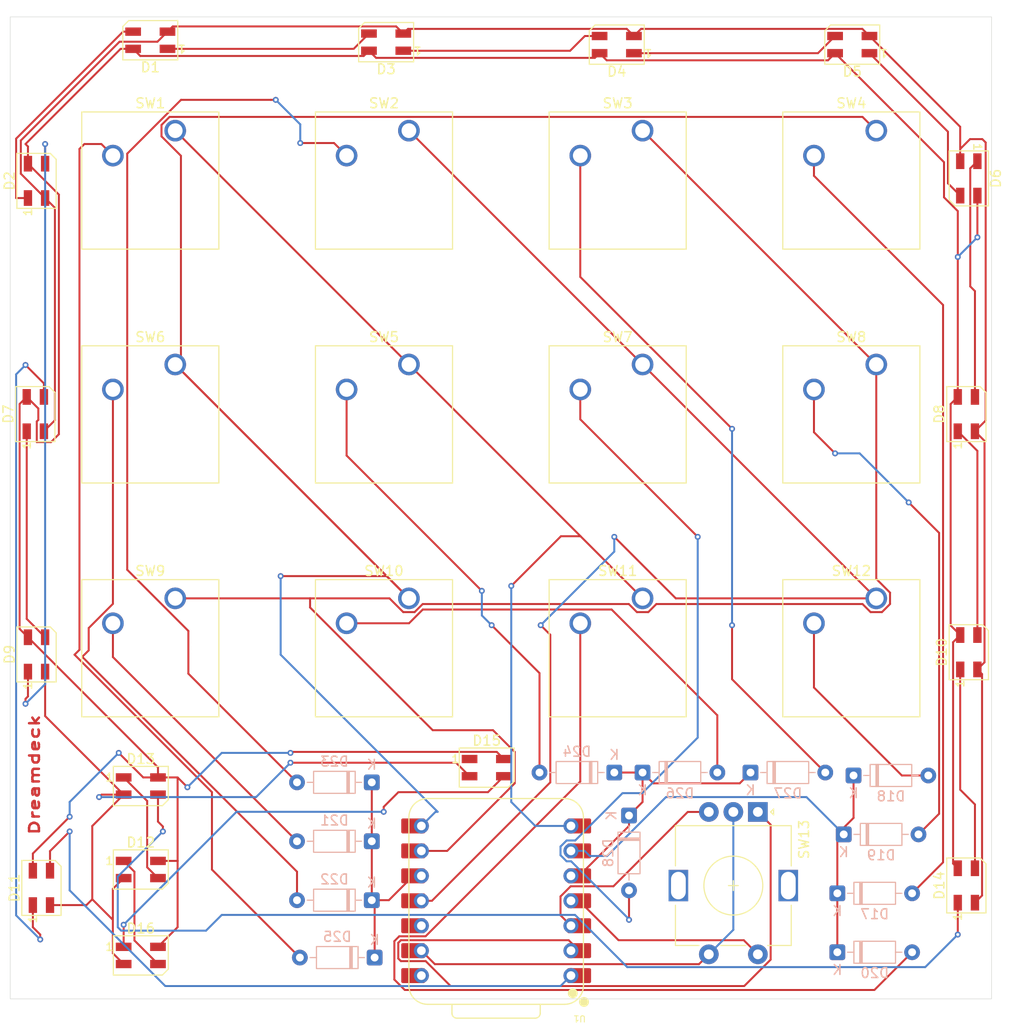
<source format=kicad_pcb>
(kicad_pcb (version 20241229) (generator "pcbnew") (generator_version "9.0")
  (layers (0 "F.Cu" signal) (2 "B.Cu" signal) (13 "F.Paste" user) (15 "B.Paste" user) (5 "F.SilkS" user "F.Silkscreen") (7 "B.SilkS" user "B.Silkscreen") (1 "F.Mask" user) (3 "B.Mask" user) (25 "Edge.Cuts" user))
  (net 0 "")
  (net 1 "Net-(D1-A)")
  (net 2 "/Row1")
  (net 3 "Net-(D2-A)")
  (net 4 "Net-(D3-A)")
  (net 5 "Net-(D4-A)")
  (net 6 "Net-(D5-A)")
  (net 7 "/Row 2")
  (net 8 "Net-(D6-A)")
  (net 9 "Net-(D7-A)")
  (net 10 "Net-(D8-A)")
  (net 11 "/Row 3")
  (net 12 "Net-(D9-A)")
  (net 13 "Net-(D10-A)")
  (net 14 "Net-(D11-A)")
  (net 15 "Net-(D12-A)")
  (net 16 "/Col 1")
  (net 17 "/Col 2")
  (net 18 "/Col 3")
  (net 19 "/Col 4")
  (net 20 "Net-(U1-GPIO28{slash}ADC2{slash}A2)")
  (net 21 "Net-(U1-GPIO29{slash}ADC3{slash}A3)")
  (net 22 "Net-(U1-GPIO27{slash}ADC1{slash}A1)")
  (net 24 "+5V")
  (net 25 "GND")
  (net 26 "Net-(D13-DIN)")
  (net 27 "Net-(D13-VDD)")
  (net 28 "Net-(D13-DOUT)")
  (net 29 "Net-(D13-VSS)")
  (net 30 "Net-(D14-DOUT)")
  (net 31 "Net-(D14-DIN)")
  (net 32 "Net-(D16-DOUT)")
  (net 33 "Net-(D17-DOUT)")
  (net 34 "Net-(D18-DOUT)")
  (net 35 "Net-(D19-DOUT)")
  (net 36 "Net-(D20-DOUT)")
  (net 37 "Net-(D21-DOUT)")
  (net 38 "Net-(D22-DOUT)")
  (net 39 "Net-(D23-DOUT)")
  (net 40 "Net-(D24-DOUT)")
  (net 41 "Net-(D25-DOUT)")
  (net 42 "Net-(D26-DOUT)")
  (net 43 "Net-(D27-DOUT)")
  (footprint "LED_SMD:LED_SK6812MINI_PLCC4_3.5x3.5mm_P1.75mm" (layer "F.Cu") (at 118.875 107.5 90)
    (property "Reference" "D14")
    (property "Value" "SK6812MINI")
  )
  (footprint "LED_SMD:LED_SK6812MINI_PLCC4_3.5x3.5mm_P1.75mm" (layer "F.Cu") (at 24.625 107.75 90)
    (property "Reference" "D11")
    (property "Value" "SK6812MINI")
  )
  (footprint "Button_Switch_Keyboard:SW_Cherry_MX_1.00u_PCB" (layer "F.Cu") (at 38.25875 30.63875)
    (property "Reference" "SW1")
    (property "Value" "SW_Push")
  )
  (footprint "LED_SMD:LED_SK6812MINI_PLCC4_3.5x3.5mm_P1.75mm" (layer "F.Cu") (at 35.71875 21.43125 180)
    (property "Reference" "D1")
    (property "Value" "SK6812MINI")
  )
  (footprint "LED_SMD:LED_SK6812MINI_PLCC4_3.5x3.5mm_P1.75mm" (layer "F.Cu") (at 59.75 21.625 180)
    (property "Reference" "D3")
    (property "Value" "SK6812MINI")
  )
  (footprint "Button_Switch_Keyboard:SW_Cherry_MX_1.00u_PCB" (layer "F.Cu") (at 109.69625 30.63875)
    (property "Reference" "SW4")
    (property "Value" "SW_Push")
  )
  (footprint "LED_SMD:LED_SK6812MINI_PLCC4_3.5x3.5mm_P1.75mm" (layer "F.Cu") (at 107.25 21.875 180)
    (property "Reference" "D5")
    (property "Value" "SK6812MINI")
  )
  (footprint "LED_SMD:LED_SK6812MINI_PLCC4_3.5x3.5mm_P1.75mm" (layer "F.Cu") (at 119.125 35.5 -90)
    (property "Reference" "D6")
    (property "Value" "SK6812MINI")
  )
  (footprint "Button_Switch_Keyboard:SW_Cherry_MX_1.00u_PCB" (layer "F.Cu") (at 62.07125 54.45125)
    (property "Reference" "SW5")
    (property "Value" "SW_Push")
  )
  (footprint "LED_SMD:LED_SK6812MINI_PLCC4_3.5x3.5mm_P1.75mm" (layer "F.Cu") (at 24.125 35.75 90)
    (property "Reference" "D2")
    (property "Value" "SK6812MINI")
  )
  (footprint "Button_Switch_Keyboard:SW_Cherry_MX_1.00u_PCB" (layer "F.Cu") (at 85.88375 54.45125)
    (property "Reference" "SW7")
    (property "Value" "SW_Push")
  )
  (footprint "LED_SMD:LED_SK6812MINI_PLCC4_3.5x3.5mm_P1.75mm" (layer "F.Cu") (at 34.75 105.875)
    (property "Reference" "D12")
    (property "Value" "SK6812MINI")
  )
  (footprint "Button_Switch_Keyboard:SW_Cherry_MX_1.00u_PCB" (layer "F.Cu") (at 38.25875 78.26375)
    (property "Reference" "SW9")
    (property "Value" "SW_Push")
  )
  (footprint "LED_SMD:LED_SK6812MINI_PLCC4_3.5x3.5mm_P1.75mm" (layer "F.Cu") (at 119.125 83.75 90)
    (property "Reference" "D10")
    (property "Value" "SK6812MINI")
  )
  (footprint "LED_SMD:LED_SK6812MINI_PLCC4_3.5x3.5mm_P1.75mm" (layer "F.Cu") (at 24 59.5 90)
    (property "Reference" "D7")
    (property "Value" "SK6812MINI")
  )
  (footprint "LED_SMD:LED_SK6812MINI_PLCC4_3.5x3.5mm_P1.75mm" (layer "F.Cu") (at 83.25 21.875 180)
    (property "Reference" "D4")
    (property "Value" "SK6812MINI")
  )
  (footprint "Rotary_Encoder:RotaryEncoder_Alps_EC11E-Switch_Vertical_H20mm" (layer "F.Cu") (at 97.63125 100.0125 -90)
    (property "Reference" "SW13")
    (property "Value" "RotaryEncoder_Switch")
  )
  (footprint "LED_SMD:LED_SK6812MINI_PLCC4_3.5x3.5mm_P1.75mm" (layer "F.Cu") (at 70 95.5)
    (property "Reference" "D15")
    (property "Value" "SK6812MINI")
  )
  (footprint "OPL Lib:XIAO-RP2040-DIP" (layer "F.Cu") (at 70.96125 109.06125 180)
    (property "Reference" "U1")
    (property "Value" "XIAO-RP2040-DIP")
  )
  (footprint "LED_SMD:LED_SK6812MINI_PLCC4_3.5x3.5mm_P1.75mm" (layer "F.Cu") (at 24.125 83.975 90)
    (property "Reference" "D9")
    (property "Value" "SK6812MINI")
  )
  (footprint "Button_Switch_Keyboard:SW_Cherry_MX_1.00u_PCB" (layer "F.Cu") (at 109.69625 78.26375)
    (property "Reference" "SW12")
    (property "Value" "SW_Push")
  )
  (footprint "LED_SMD:LED_SK6812MINI_PLCC4_3.5x3.5mm_P1.75mm" (layer "F.Cu") (at 118.875 59.5 90)
    (property "Reference" "D8")
    (property "Value" "SK6812MINI")
  )
  (footprint "LED_SMD:LED_SK6812MINI_PLCC4_3.5x3.5mm_P1.75mm" (layer "F.Cu") (at 34.75 114.625)
    (property "Reference" "D16")
    (property "Value" "SK6812MINI")
  )
  (footprint "LED_SMD:LED_SK6812MINI_PLCC4_3.5x3.5mm_P1.75mm" (layer "F.Cu") (at 34.75 97.375)
    (property "Reference" "D13")
    (property "Value" "SK6812MINI")
  )
  (footprint "Button_Switch_Keyboard:SW_Cherry_MX_1.00u_PCB" (layer "F.Cu") (at 62.07125 78.26375)
    (property "Reference" "SW10")
    (property "Value" "SW_Push")
  )
  (footprint "Button_Switch_Keyboard:SW_Cherry_MX_1.00u_PCB" (layer "F.Cu") (at 38.25875 54.45125)
    (property "Reference" "SW6")
    (property "Value" "SW_Push")
  )
  (footprint "Button_Switch_Keyboard:SW_Cherry_MX_1.00u_PCB" (layer "F.Cu") (at 85.88375 78.26375)
    (property "Reference" "SW11")
    (property "Value" "SW_Push")
  )
  (footprint "Button_Switch_Keyboard:SW_Cherry_MX_1.00u_PCB" (layer "F.Cu") (at 109.69625 54.45125)
    (property "Reference" "SW8")
    (property "Value" "SW_Push")
  )
  (footprint "Button_Switch_Keyboard:SW_Cherry_MX_1.00u_PCB" (layer "F.Cu") (at 62.07125 30.63875)
    (property "Reference" "SW2")
    (property "Value" "SW_Push")
  )
  (footprint "Button_Switch_Keyboard:SW_Cherry_MX_1.00u_PCB" (layer "F.Cu") (at 85.88375 30.63875)
    (property "Reference" "SW3")
    (property "Value" "SW_Push")
  )
  (footprint "Diode_THT:D_DO-35_SOD27_P7.62mm_Horizontal" (layer "B.Cu") (at 85.88 96)
    (property "Reference" "D26")
    (property "Value" "1N4148")
  )
  (footprint "Diode_THT:D_DO-35_SOD27_P7.62mm_Horizontal" (layer "B.Cu") (at 105.7275 108.3)
    (property "Reference" "D17")
    (property "Value" "1N4148")
  )
  (footprint "Diode_THT:D_DO-35_SOD27_P7.62mm_Horizontal" (layer "B.Cu") (at 96.88 96)
    (property "Reference" "D27")
    (property "Value" "1N4148")
  )
  (footprint "Diode_THT:D_DO-35_SOD27_P7.62mm_Horizontal" (layer "B.Cu") (at 58.2875 103 180)
    (property "Reference" "D21")
    (property "Value" "1N4148")
  )
  (footprint "Diode_THT:D_DO-35_SOD27_P7.62mm_Horizontal" (layer "B.Cu") (at 58.2875 109 180)
    (property "Reference" "D22")
    (property "Value" "1N4148")
  )
  (footprint "Diode_THT:D_DO-35_SOD27_P7.62mm_Horizontal" (layer "B.Cu") (at 58.57875 114.84375 180)
    (property "Reference" "D25")
    (property "Value" "1N4148")
  )
  (footprint "Diode_THT:D_DO-35_SOD27_P7.62mm_Horizontal" (layer "B.Cu") (at 107.38 96.3)
    (property "Reference" "D18")
    (property "Value" "1N4148")
  )
  (footprint "Diode_THT:D_DO-35_SOD27_P7.62mm_Horizontal" (layer "B.Cu") (at 106.38 102.3)
    (property "Reference" "D19")
    (property "Value" "1N4148")
  )
  (footprint "Diode_THT:D_DO-35_SOD27_P7.62mm_Horizontal" (layer "B.Cu") (at 58.2875 97 180)
    (property "Reference" "D23")
    (property "Value" "1N4148")
  )
  (footprint "Diode_THT:D_DO-35_SOD27_P7.62mm_Horizontal" (layer "B.Cu") (at 84.5 100.38 -90)
    (property "Reference" "D28")
    (property "Value" "1N4148")
  )
  (footprint "Diode_THT:D_DO-35_SOD27_P7.62mm_Horizontal" (layer "B.Cu") (at 83 96 180)
    (property "Reference" "D24")
    (property "Value" "1N4148")
  )
  (footprint "Diode_THT:D_DO-35_SOD27_P7.62mm_Horizontal" (layer "B.Cu") (at 105.7275 114.3)
    (property "Reference" "D20")
    (property "Value" "1N4148")
  )
  (gr_rect (start 21.44375 19.05) (end 121.44375 119.05) (stroke (width 0.05)) (fill no) (layer "Edge.Cuts"))
  (gr_text "Dreamdeck" (at 24.5 102.5 90) (layer "F.Cu") (effects (font (size 1 1.5) (thickness 0.25) (bold yes)) (justify left bottom)))
  (segment (start 41.99975 97.99975) (end 28 84) (width 0.2) (layer "F.Cu") (net 1))
  (segment (start 28.5 32.5) (end 29 32) (width 0.2) (layer "F.Cu") (net 1))
  (segment (start 29 32) (end 30.73 32) (width 0.2) (layer "F.Cu") (net 1))
  (segment (start 28 84) (end 28.5 83.5) (width 0.2) (layer "F.Cu") (net 1))
  (segment (start 30.73 32) (end 31.90875 33.17875) (width 0.2) (layer "F.Cu") (net 1))
  (segment (start 28.5 83.5) (end 28.5 32.5) (width 0.2) (layer "F.Cu") (net 1))
  (segment (start 50.95875 114.84375) (end 41.99975 105.88475) (width 0.2) (layer "F.Cu") (net 1))
  (segment (start 41.99975 105.88475) (end 41.99975 97.99975) (width 0.2) (layer "F.Cu") (net 1))
  (segment (start 60.0275 109) (end 62.50625 106.52125) (width 0.2) (layer "F.Cu") (net 2))
  (segment (start 58.2875 109) (end 58.2875 103) (width 0.2) (layer "F.Cu") (net 2))
  (segment (start 58.57875 109.29125) (end 58.2875 109) (width 0.2) (layer "F.Cu") (net 2))
  (segment (start 58.57875 114.84375) (end 58.57875 109.29125) (width 0.2) (layer "F.Cu") (net 2))
  (segment (start 58.2875 109) (end 60.0275 109) (width 0.2) (layer "F.Cu") (net 2))
  (segment (start 58.2875 103) (end 58.2875 97) (width 0.2) (layer "F.Cu") (net 2))
  (segment (start 29.43775 81.293436) (end 29.43775 83.56225) (width 0.2) (layer "F.Cu") (net 3))
  (segment (start 31.90875 56.99125) (end 31.90875 78.822436) (width 0.2) (layer "F.Cu") (net 3))
  (segment (start 50.6675 106.1004) (end 50.6675 109) (width 0.2) (layer "F.Cu") (net 3))
  (segment (start 28.78355 84.21645) (end 50.6675 106.1004) (width 0.2) (layer "F.Cu") (net 3))
  (segment (start 29.43775 83.56225) (end 28.78355 84.21645) (width 0.2) (layer "F.Cu") (net 3))
  (segment (start 31.90875 78.822436) (end 29.43775 81.293436) (width 0.2) (layer "F.Cu") (net 3))
  (segment (start 50.6675 103) (end 31.90875 84.24125) (width 0.2) (layer "F.Cu") (net 4))
  (segment (start 31.90875 84.24125) (end 31.90875 80.80375) (width 0.2) (layer "F.Cu") (net 4))
  (segment (start 38.849086 27.5) (end 48 27.5) (width 0.2) (layer "F.Cu") (net 5))
  (segment (start 33.36775 32.981336) (end 38.849086 27.5) (width 0.2) (layer "F.Cu") (net 5))
  (segment (start 50.6675 97) (end 39.59775 85.93025) (width 0.2) (layer "F.Cu") (net 5))
  (segment (start 54.4415 31.899) (end 55.72125 33.17875) (width 0.2) (layer "F.Cu") (net 5))
  (segment (start 39.59775 85.93025) (end 39.59775 81.584064) (width 0.2) (layer "F.Cu") (net 5))
  (segment (start 39.59775 81.584064) (end 33.36775 75.354064) (width 0.2) (layer "F.Cu") (net 5))
  (segment (start 48 27.5) (end 48.5 27.5) (width 0.2) (layer "F.Cu") (net 5))
  (segment (start 33.36775 75.354064) (end 33.36775 32.981336) (width 0.2) (layer "F.Cu") (net 5))
  (segment (start 51 31.899) (end 54.4415 31.899) (width 0.2) (layer "F.Cu") (net 5))
  (via (at 48.5 27.5) (size 0.6) (drill 0.3) (layers "F.Cu" "B.Cu") (net 5))
  (via (at 51 31.899) (size 0.6) (drill 0.3) (layers "F.Cu" "B.Cu") (net 5))
  (segment (start 51 30) (end 51 31.899) (width 0.2) (layer "B.Cu") (net 5))
  (segment (start 48.5 27.5) (end 51 30) (width 0.2) (layer "B.Cu") (net 5))
  (segment (start 75.38 85.88) (end 70.5 81) (width 0.2) (layer "F.Cu") (net 6))
  (segment (start 55.72125 63.72125) (end 55.72125 56.99125) (width 0.2) (layer "F.Cu") (net 6))
  (segment (start 75.38 96) (end 75.38 85.88) (width 0.2) (layer "F.Cu") (net 6))
  (segment (start 69.5 77.5) (end 55.72125 63.72125) (width 0.2) (layer "F.Cu") (net 6))
  (via (at 69.5 77.5) (size 0.6) (drill 0.3) (layers "F.Cu" "B.Cu") (net 6))
  (via (at 70.5 81) (size 0.6) (drill 0.3) (layers "F.Cu" "B.Cu") (net 6))
  (segment (start 69.5 80) (end 69.5 77.5) (width 0.2) (layer "B.Cu") (net 6))
  (segment (start 70.5 81) (end 69.5 80) (width 0.2) (layer "B.Cu") (net 6))
  (segment (start 85.88 99) (end 84.5 100.38) (width 0.2) (layer "F.Cu") (net 7))
  (segment (start 85.88 96) (end 85.88 99) (width 0.2) (layer "F.Cu") (net 7))
  (segment (start 83 96) (end 85.88 96) (width 0.2) (layer "F.Cu") (net 7))
  (segment (start 84.5 100.38) (end 84.5 101.4375) (width 0.2) (layer "F.Cu") (net 7))
  (segment (start 95.779 97.101) (end 96.88 96) (width 0.2) (layer "F.Cu") (net 7))
  (segment (start 84.5 101.4375) (end 79.41625 106.52125) (width 0.2) (layer "F.Cu") (net 7))
  (segment (start 86.981 97.101) (end 95.779 97.101) (width 0.2) (layer "F.Cu") (net 7))
  (segment (start 85.88 96) (end 86.981 97.101) (width 0.2) (layer "F.Cu") (net 7))
  (segment (start 93.5 96) (end 93.5 90.175184) (width 0.2) (layer "F.Cu") (net 8))
  (segment (start 93.5 90.175184) (end 82.727566 79.40275) (width 0.2) (layer "F.Cu") (net 8))
  (segment (start 62.079664 80.80375) (end 55.72125 80.80375) (width 0.2) (layer "F.Cu") (net 8))
  (segment (start 63.480664 79.40275) (end 62.079664 80.80375) (width 0.2) (layer "F.Cu") (net 8))
  (segment (start 82.727566 79.40275) (end 63.480664 79.40275) (width 0.2) (layer "F.Cu") (net 8))
  (segment (start 79.53375 45.53375) (end 79.53375 33.17875) (width 0.2) (layer "F.Cu") (net 9))
  (segment (start 104.5 96) (end 95 86.5) (width 0.2) (layer "F.Cu") (net 9))
  (segment (start 95 61) (end 79.53375 45.53375) (width 0.2) (layer "F.Cu") (net 9))
  (segment (start 95 86.5) (end 95 81) (width 0.2) (layer "F.Cu") (net 9))
  (via (at 95 61) (size 0.6) (drill 0.3) (layers "F.Cu" "B.Cu") (net 9))
  (via (at 95 81) (size 0.6) (drill 0.3) (layers "F.Cu" "B.Cu") (net 9))
  (segment (start 95 81) (end 95 61) (width 0.2) (layer "B.Cu") (net 9))
  (segment (start 79.53375 56.99125) (end 79.53375 60.03375) (width 0.2) (layer "F.Cu") (net 10))
  (segment (start 79.53375 60.03375) (end 91.5 72) (width 0.2) (layer "F.Cu") (net 10))
  (segment (start 84.5 111) (end 84.5 108) (width 0.2) (layer "F.Cu") (net 10))
  (via (at 84.5 111) (size 0.6) (drill 0.3) (layers "F.Cu" "B.Cu") (net 10))
  (via (at 91.5 72) (size 0.6) (drill 0.3) (layers "F.Cu" "B.Cu") (net 10))
  (segment (start 78.14094 105.04425) (end 78.60756 105.04425) (width 0.2) (layer "B.Cu") (net 10))
  (segment (start 83.84081 98.099) (end 79.02156 102.91825) (width 0.2) (layer "B.Cu") (net 10))
  (segment (start 84.5 110.93669) (end 84.5 111) (width 0.2) (layer "B.Cu") (net 10))
  (segment (start 78.14094 102.91825) (end 77.51825 103.54094) (width 0.2) (layer "B.Cu") (net 10))
  (segment (start 85.84395 98.099) (end 83.84081 98.099) (width 0.2) (layer "B.Cu") (net 10))
  (segment (start 79.02156 102.91825) (end 78.14094 102.91825) (width 0.2) (layer "B.Cu") (net 10))
  (segment (start 91.5 72) (end 91.5 92.44295) (width 0.2) (layer "B.Cu") (net 10))
  (segment (start 77.51825 104.42156) (end 78.14094 105.04425) (width 0.2) (layer "B.Cu") (net 10))
  (segment (start 91.5 92.44295) (end 85.84395 98.099) (width 0.2) (layer "B.Cu") (net 10))
  (segment (start 77.51825 103.54094) (end 77.51825 104.42156) (width 0.2) (layer "B.Cu") (net 10))
  (segment (start 78.60756 105.04425) (end 84.5 110.93669) (width 0.2) (layer "B.Cu") (net 10))
  (segment (start 105.7275 102.9525) (end 106.38 102.3) (width 0.2) (layer "F.Cu") (net 11))
  (segment (start 107.38 100.62) (end 107.38 96.3) (width 0.2) (layer "F.Cu") (net 11))
  (segment (start 105.7275 108.3) (end 105.7275 102.9525) (width 0.2) (layer "F.Cu") (net 11))
  (segment (start 106.38 102.3) (end 106.38 101.62) (width 0.2) (layer "F.Cu") (net 11))
  (segment (start 105.7275 114.3) (end 105.7275 108.3) (width 0.2) (layer "F.Cu") (net 11))
  (segment (start 106.38 101.62) (end 107.38 100.62) (width 0.2) (layer "F.Cu") (net 11))
  (segment (start 82.26616 104.5) (end 80.5 104.5) (width 0.2) (layer "B.Cu") (net 11))
  (segment (start 106.38 102.3) (end 102.58 98.5) (width 0.2) (layer "B.Cu") (net 11))
  (segment (start 80.5 104.5) (end 79.98125 103.98125) (width 0.2) (layer "B.Cu") (net 11))
  (segment (start 102.58 98.5) (end 88.26616 98.5) (width 0.2) (layer "B.Cu") (net 11))
  (segment (start 88.26616 98.5) (end 82.26616 104.5) (width 0.2) (layer "B.Cu") (net 11))
  (segment (start 79.98125 103.98125) (end 78.58125 103.98125) (width 0.2) (layer "B.Cu") (net 11))
  (segment (start 60.58825 113.173524) (end 61.084524 112.67725) (width 0.2) (layer "F.Cu") (net 12))
  (segment (start 60.58825 117.081876) (end 60.58825 113.173524) (width 0.2) (layer "F.Cu") (net 12))
  (segment (start 109.50225 118.14525) (end 61.651624 118.14525) (width 0.2) (layer "F.Cu") (net 12))
  (segment (start 61.651624 118.14525) (end 60.58825 117.081876) (width 0.2) (layer "F.Cu") (net 12))
  (segment (start 79.53375 96.91206) (end 79.53375 80.80375) (width 0.2) (layer "F.Cu") (net 12))
  (segment (start 61.084524 112.67725) (end 63.76856 112.67725) (width 0.2) (layer "F.Cu") (net 12))
  (segment (start 63.76856 112.67725) (end 79.53375 96.91206) (width 0.2) (layer "F.Cu") (net 12))
  (segment (start 113.3475 114.3) (end 109.50225 118.14525) (width 0.2) (layer "F.Cu") (net 12))
  (segment (start 103.34625 35.233566) (end 103.34625 33.17875) (width 0.2) (layer "F.Cu") (net 13))
  (segment (start 113.3475 108.3) (end 116.502 105.1455) (width 0.2) (layer "F.Cu") (net 13))
  (segment (start 116.502 105.1455) (end 116.502 48.389316) (width 0.2) (layer "F.Cu") (net 13))
  (segment (start 116.502 48.389316) (end 103.34625 35.233566) (width 0.2) (layer "F.Cu") (net 13))
  (segment (start 114 102.3) (end 116.101 100.199) (width 0.2) (layer "F.Cu") (net 14))
  (segment (start 116.101 71.601) (end 113 68.5) (width 0.2) (layer "F.Cu") (net 14))
  (segment (start 116.101 100.199) (end 116.101 71.601) (width 0.2) (layer "F.Cu") (net 14))
  (segment (start 103.34625 61.34625) (end 103.34625 56.99125) (width 0.2) (layer "F.Cu") (net 14))
  (segment (start 105.5 63.5) (end 103.34625 61.34625) (width 0.2) (layer "F.Cu") (net 14))
  (via (at 105.5 63.5) (size 0.6) (drill 0.3) (layers "F.Cu" "B.Cu") (net 14))
  (via (at 113 68.5) (size 0.6) (drill 0.3) (layers "F.Cu" "B.Cu") (net 14))
  (segment (start 108 63.5) (end 105.5 63.5) (width 0.2) (layer "B.Cu") (net 14))
  (segment (start 113 68.5) (end 108 63.5) (width 0.2) (layer "B.Cu") (net 14))
  (segment (start 112.3 96.3) (end 115 96.3) (width 0.2) (layer "F.Cu") (net 15))
  (segment (start 103.34625 80.80375) (end 103.34625 87.34625) (width 0.2) (layer "F.Cu") (net 15))
  (segment (start 103.34625 87.34625) (end 112.3 96.3) (width 0.2) (layer "F.Cu") (net 15))
  (segment (start 62.07125 54.45125) (end 79.56 71.94) (width 0.2) (layer "F.Cu") (net 16))
  (segment (start 79.56 71.94) (end 85.88375 78.26375) (width 0.2) (layer "F.Cu") (net 16))
  (segment (start 79.56 71.94) (end 77.56 71.94) (width 0.2) (layer "F.Cu") (net 16))
  (segment (start 38.25875 30.63875) (end 62.07125 54.45125) (width 0.2) (layer "F.Cu") (net 16))
  (segment (start 77.56 71.94) (end 72.5 77) (width 0.2) (layer "F.Cu") (net 16))
  (via (at 72.5 77) (size 0.6) (drill 0.3) (layers "F.Cu" "B.Cu") (net 16))
  (segment (start 74.94125 101.44125) (end 78.58125 101.44125) (width 0.2) (layer "B.Cu") (net 16))
  (segment (start 72.5 77) (end 72.5 99) (width 0.2) (layer "B.Cu") (net 16))
  (segment (start 72.5 99) (end 74.94125 101.44125) (width 0.2) (layer "B.Cu") (net 16))
  (segment (start 38.839064 55.031564) (end 62.07125 78.26375) (width 0.2) (layer "F.Cu") (net 17))
  (segment (start 37.678436 29.23775) (end 36.85775 30.058436) (width 0.2) (layer "F.Cu") (net 17))
  (segment (start 38.839064 33.200378) (end 38.839064 55.031564) (width 0.2) (layer "F.Cu") (net 17))
  (segment (start 108.29525 29.23775) (end 37.678436 29.23775) (width 0.2) (layer "F.Cu") (net 17))
  (segment (start 109.69625 30.63875) (end 108.29525 29.23775) (width 0.2) (layer "F.Cu") (net 17))
  (segment (start 62.07125 78.26375) (end 59.8075 76) (width 0.2) (layer "F.Cu") (net 17))
  (segment (start 38.25875 54.45125) (end 62.07125 78.26375) (width 0.2) (layer "F.Cu") (net 17))
  (segment (start 36.85775 31.219064) (end 38.839064 33.200378) (width 0.2) (layer "F.Cu") (net 17))
  (segment (start 59.8075 76) (end 49 76) (width 0.2) (layer "F.Cu") (net 17))
  (segment (start 36.85775 30.058436) (end 36.85775 31.219064) (width 0.2) (layer "F.Cu") (net 17))
  (via (at 49 76) (size 0.6) (drill 0.3) (layers "F.Cu" "B.Cu") (net 17))
  (segment (start 49 76) (end 49 84) (width 0.2) (layer "B.Cu") (net 17))
  (segment (start 49 84) (end 65 100) (width 0.2) (layer "B.Cu") (net 17))
  (segment (start 65 100) (end 64.7825 100) (width 0.2) (layer "B.Cu") (net 17))
  (segment (start 64.7825 100) (end 63.34125 101.44125) (width 0.2) (layer "B.Cu") (net 17))
  (segment (start 86.464064 79.66475) (end 85.303436 79.66475) (width 0.2) (layer "F.Cu") (net 18))
  (segment (start 108.29525 78.844064) (end 87.28475 78.844064) (width 0.2) (layer "F.Cu") (net 18))
  (segment (start 60.089936 78.26375) (end 52 78.26375) (width 0.2) (layer "F.Cu") (net 18))
  (segment (start 72.851 93.899) (end 72.851 97.101) (width 0.2) (layer "F.Cu") (net 18))
  (segment (start 62.651564 79.66475) (end 61.490936 79.66475) (width 0.2) (layer "F.Cu") (net 18))
  (segment (start 65.97075 103.98125) (end 63.34125 103.98125) (width 0.2) (layer "F.Cu") (net 18))
  (segment (start 109.69625 54.45125) (end 109.69625 76.282436) (width 0.2) (layer "F.Cu") (net 18))
  (segment (start 64.5 91.69403) (end 70.64603 91.69403) (width 0.2) (layer "F.Cu") (net 18))
  (segment (start 111.09725 78.844064) (end 110.276564 79.66475) (width 0.2) (layer "F.Cu") (net 18))
  (segment (start 111.09725 77.683436) (end 111.09725 78.844064) (width 0.2) (layer "F.Cu") (net 18))
  (segment (start 109.69625 76.282436) (end 111.09725 77.683436) (width 0.2) (layer "F.Cu") (net 18))
  (segment (start 110.276564 79.66475) (end 109.115936 79.66475) (width 0.2) (layer "F.Cu") (net 18))
  (segment (start 52 79.19403) (end 64.5 91.69403) (width 0.2) (layer "F.Cu") (net 18))
  (segment (start 63.47225 78.844064) (end 62.651564 79.66475) (width 0.2) (layer "F.Cu") (net 18))
  (segment (start 52 78.26375) (end 52 79.19403) (width 0.2) (layer "F.Cu") (net 18))
  (segment (start 87.28475 78.844064) (end 86.464064 79.66475) (width 0.2) (layer "F.Cu") (net 18))
  (segment (start 109.115936 79.66475) (end 108.29525 78.844064) (width 0.2) (layer "F.Cu") (net 18))
  (segment (start 61.490936 79.66475) (end 60.089936 78.26375) (width 0.2) (layer "F.Cu") (net 18))
  (segment (start 85.88375 30.63875) (end 109.69625 54.45125) (width 0.2) (layer "F.Cu") (net 18))
  (segment (start 85.303436 79.66475) (end 84.48275 78.844064) (width 0.2) (layer "F.Cu") (net 18))
  (segment (start 72.851 97.101) (end 65.97075 103.98125) (width 0.2) (layer "F.Cu") (net 18))
  (segment (start 84.48275 78.844064) (end 63.47225 78.844064) (width 0.2) (layer "F.Cu") (net 18))
  (segment (start 70.64603 91.69403) (end 72.851 93.899) (width 0.2) (layer "F.Cu") (net 18))
  (segment (start 52 78.26375) (end 38.25875 78.26375) (width 0.2) (layer "F.Cu") (net 18))
  (segment (start 89.26375 78.26375) (end 83 72) (width 0.2) (layer "F.Cu") (net 19))
  (segment (start 109.69625 78.26375) (end 89.26375 78.26375) (width 0.2) (layer "F.Cu") (net 19))
  (segment (start 76.481 96.99913) (end 64.41888 109.06125) (width 0.2) (layer "F.Cu") (net 19))
  (segment (start 76.481 81.981) (end 76.481 96.99913) (width 0.2) (layer "F.Cu") (net 19))
  (segment (start 85.88375 54.45125) (end 109.69625 78.26375) (width 0.2) (layer "F.Cu") (net 19))
  (segment (start 62.07125 30.63875) (end 85.88375 54.45125) (width 0.2) (layer "F.Cu") (net 19))
  (segment (start 64.41888 109.06125) (end 63.34125 109.06125) (width 0.2) (layer "F.Cu") (net 19))
  (segment (start 75.5 81) (end 76.481 81.981) (width 0.2) (layer "F.Cu") (net 19))
  (via (at 83 72) (size 0.6) (drill 0.3) (layers "F.Cu" "B.Cu") (net 19))
  (via (at 75.5 81) (size 0.6) (drill 0.3) (layers "F.Cu" "B.Cu") (net 19))
  (segment (start 83 72) (end 83 73.5) (width 0.2) (layer "B.Cu") (net 19))
  (segment (start 83 73.5) (end 75.5 81) (width 0.2) (layer "B.Cu") (net 19))
  (segment (start 82.91575 107.58425) (end 78.55494 107.58425) (width 0.2) (layer "F.Cu") (net 20))
  (segment (start 77.51825 110.53825) (end 78.58125 111.60125) (width 0.2) (layer "F.Cu") (net 20))
  (segment (start 78.55494 107.58425) (end 77.51825 108.62094) (width 0.2) (layer "F.Cu") (net 20))
  (segment (start 92.63125 100.0125) (end 90.4875 100.0125) (width 0.2) (layer "F.Cu") (net 20))
  (segment (start 77.51825 108.62094) (end 77.51825 110.53825) (width 0.2) (layer "F.Cu") (net 20))
  (segment (start 90.4875 100.0125) (end 82.91575 107.58425) (width 0.2) (layer "F.Cu") (net 20))
  (segment (start 96.197 113.07825) (end 83.43325 113.07825) (width 0.2) (layer "F.Cu") (net 21))
  (segment (start 83.43325 113.07825) (end 79.41625 109.06125) (width 0.2) (layer "F.Cu") (net 21))
  (segment (start 97.63125 114.5125) (end 96.197 113.07825) (width 0.2) (layer "F.Cu") (net 21))
  (segment (start 61.250624 115.20425) (end 60.98925 114.942876) (width 0.2) (layer "F.Cu") (net 22))
  (segment (start 66.32156 117.74425) (end 63.78156 115.20425) (width 0.2) (layer "F.Cu") (net 22))
  (segment (start 98.93225 115.051392) (end 96.239392 117.74425) (width 0.2) (layer "F.Cu") (net 22))
  (segment (start 60.98925 113.339624) (end 61.250624 113.07825) (width 0.2) (layer "F.Cu") (net 22))
  (segment (start 98.93225 101.3135) (end 98.93225 115.051392) (width 0.2) (layer "F.Cu") (net 22))
  (segment (start 60.98925 114.942876) (end 60.98925 113.339624) (width 0.2) (layer "F.Cu") (net 22))
  (segment (start 78.35325 113.07825) (end 79.41625 114.14125) (width 0.2) (layer "F.Cu") (net 22))
  (segment (start 97.63125 100.0125) (end 98.93225 101.3135) (width 0.2) (layer "F.Cu") (net 22))
  (segment (start 61.250624 113.07825) (end 78.35325 113.07825) (width 0.2) (layer "F.Cu") (net 22))
  (segment (start 96.239392 117.74425) (end 66.32156 117.74425) (width 0.2) (layer "F.Cu") (net 22))
  (segment (start 63.78156 115.20425) (end 61.250624 115.20425) (width 0.2) (layer "F.Cu") (net 22))
  (segment (start 92.63125 114.5125) (end 91.63125 115.5125) (width 0.2) (layer "F.Cu") (net 25))
  (segment (start 91.63125 115.5125) (end 64.7125 115.5125) (width 0.2) (layer "F.Cu") (net 25))
  (segment (start 64.7125 115.5125) (end 63.34125 114.14125) (width 0.2) (layer "F.Cu") (net 25))
  (segment (start 95.13125 112.0125) (end 95.13125 100.0125) (width 0.2) (layer "B.Cu") (net 25))
  (segment (start 92.63125 114.5125) (end 95.13125 112.0125) (width 0.2) (layer "B.Cu") (net 25))
  (segment (start 25.5 106) (end 25.5 104) (width 0.2) (layer "F.Cu") (net 26))
  (segment (start 25.5 104) (end 27.5 102) (width 0.2) (layer "F.Cu") (net 26))
  (via (at 27.5 102) (size 0.6) (drill 0.3) (layers "F.Cu" "B.Cu") (net 26))
  (segment (start 27.5 108) (end 37.24425 117.74425) (width 0.2) (layer "B.Cu") (net 26))
  (segment (start 27.5 102) (end 27.5 108) (width 0.2) (layer "B.Cu") (net 26))
  (segment (start 78.58125 116.68125) (end 77.51825 117.74425) (width 0.2) (layer "B.Cu") (net 26))
  (segment (start 77.51825 117.74425) (end 37.24425 117.74425) (width 0.2) (layer "B.Cu") (net 26))
  (segment (start 71.75 94.625) (end 71.024 93.899) (width 0.2) (layer "F.Cu") (net 27))
  (segment (start 71.024 93.899) (end 50.101 93.899) (width 0.2) (layer "F.Cu") (net 27))
  (segment (start 117.524 38.351) (end 116.599 37.426) (width 0.2) (layer "F.Cu") (net 27))
  (segment (start 25.601 62.351) (end 24.149 62.351) (width 0.2) (layer "F.Cu") (net 27))
  (segment (start 120 37.25) (end 120 41.5) (width 0.2) (layer "F.Cu") (net 27))
  (segment (start 57.46775 23.03225) (end 34.69475 23.03225) (width 0.2) (layer "F.Cu") (net 27))
  (segment (start 26.401 37.151) (end 26.401 61.551) (width 0.2) (layer "F.Cu") (net 27))
  (segment (start 118.25 82) (end 117.274 81.024) (width 0.2) (layer "F.Cu") (net 27))
  (segment (start 118 57.75) (end 118 45.5) (width 0.2) (layer "F.Cu") (net 27))
  (segment (start 116.599 37.426) (end 116.599 33.849) (width 0.2) (layer "F.Cu") (net 27))
  (segment (start 118 45.5) (end 118 38.827) (width 0.2) (layer "F.Cu") (net 27))
  (segment (start 58.726 23.226) (end 58 22.5) (width 0.2) (layer "F.Cu") (net 27))
  (segment (start 38.5 105) (end 38.5 96.5) (width 0.2) (layer "F.Cu") (net 27))
  (segment (start 35 96.5) (end 36.5 96.5) (width 0.2) (layer "F.Cu") (net 27))
  (segment (start 38.5 111.75) (end 38.5 105) (width 0.2) (layer "F.Cu") (net 27))
  (segment (start 81.024 23.226) (end 58.726 23.226) (width 0.2) (layer "F.Cu") (net 27))
  (segment (start 118 105.75) (end 117.524 105.274) (width 0.2) (layer "F.Cu") (net 27))
  (segment (start 116.599 33.849) (end 105.5 22.75) (width 0.2) (layer "F.Cu") (net 27))
  (segment (start 32.69375 22.30625) (end 23 32) (width 0.2) (layer "F.Cu") (net 27))
  (segment (start 104.774 23.476) (end 82.226 23.476) (width 0.2) (layer "F.Cu") (net 27))
  (segment (start 38.5 105) (end 36.5 105) (width 0.2) (layer "F.Cu") (net 27))
  (segment (start 34.69475 23.03225) (end 33.96875 22.30625) (width 0.2) (layer "F.Cu") (net 27))
  (segment (start 26.401 61.551) (end 25.601 62.351) (width 0.2) (layer "F.Cu") (net 27))
  (segment (start 39.5 97.5) (end 38.5 96.5) (width 0.2) (layer "F.Cu") (net 27))
  (segment (start 36.5 96.5) (end 36.5 95.475) (width 0.2) (layer "F.Cu") (net 27))
  (segment (start 117.274 58.476) (end 118 57.75) (width 0.2) (layer "F.Cu") (net 27))
  (segment (start 50.101 93.899) (end 50 94) (width 0.2) (layer "F.Cu") (net 27))
  (segment (start 22.399 81.374) (end 22.399 58.476) (width 0.2) (layer "F.Cu") (net 27))
  (segment (start 24.3069 60.09145) (end 24.3069 58.9319) (width 0.2) (layer "F.Cu") (net 27))
  (segment (start 117.524 82.726) (end 118.25 82) (width 0.2) (layer "F.Cu") (net 27))
  (segment (start 117.274 81.024) (end 117.274 58.476) (width 0.2) (layer "F.Cu") (net 27))
  (segment (start 23.25 34) (end 26.401 37.151) (width 0.2) (layer "F.Cu") (net 27))
  (segment (start 24.3069 58.9319) (end 23.125 57.75) (width 0.2) (layer "F.Cu") (net 27))
  (segment (start 82.226 23.476) (end 81.5 22.75) (width 0.2) (layer "F.Cu") (net 27))
  (segment (start 22.399 58.476) (end 23.125 57.75) (width 0.2) (layer "F.Cu") (net 27))
  (segment (start 32.5 94) (end 35 96.5) (width 0.2) (layer "F.Cu") (net 27))
  (segment (start 118 38.827) (end 117.524 38.351) (width 0.2) (layer "F.Cu") (net 27))
  (segment (start 23.25 82.225) (end 22.399 81.374) (width 0.2) (layer "F.Cu") (net 27))
  (segment (start 33.96875 22.30625) (end 32.69375 22.30625) (width 0.2) (layer "F.Cu") (net 27))
  (segment (start 36.5 113.75) (end 38.5 111.75) (width 0.2) (layer "F.Cu") (net 27))
  (segment (start 23.75 106) (end 23.75 104.25) (width 0.2) (layer "F.Cu") (net 27))
  (segment (start 117.524 105.274) (end 117.524 82.726) (width 0.2) (layer "F.Cu") (net 27))
  (segment (start 23.25 32.25) (end 23.25 34) (width 0.2) (layer "F.Cu") (net 27))
  (segment (start 105.5 22.75) (end 104.774 23.476) (width 0.2) (layer "F.Cu") (net 27))
  (segment (start 23.75 104.25) (end 27.5 100.5) (width 0.2) (layer "F.Cu") (net 27))
  (segment (start 58 22.5) (end 57.46775 23.03225) (width 0.2) (layer "F.Cu") (net 27))
  (segment (start 81.5 22.75) (end 81.024 23.226) (width 0.2) (layer "F.Cu") (net 27))
  (segment (start 24.149 60.24935) (end 24.3069 60.09145) (width 0.2) (layer "F.Cu") (net 27))
  (segment (start 36.5 95.475) (end 23.25 82.225) (width 0.2) (layer "F.Cu") (net 27))
  (segment (start 38.5 96.5) (end 36.5 96.5) (width 0.2) (layer "F.Cu") (net 27))
  (segment (start 23 32) (end 23.25 32.25) (width 0.2) (layer "F.Cu") (net 27))
  (segment (start 24.149 62.351) (end 24.149 60.24935) (width 0.2) (layer "F.Cu") (net 27))
  (via (at 27.5 100.5) (size 0.6) (drill 0.3) (layers "F.Cu" "B.Cu") (net 27))
  (via (at 120 41.5) (size 0.6) (drill 0.3) (layers "F.Cu" "B.Cu") (net 27))
  (via (at 50 94) (size 0.6) (drill 0.3) (layers "F.Cu" "B.Cu") (net 27))
  (via (at 118 43.5) (size 0.6) (drill 0.3) (layers "F.Cu" "B.Cu") (net 27))
  (via (at 39.5 97.5) (size 0.6) (drill 0.3) (layers "F.Cu" "B.Cu") (net 27))
  (via (at 32.5 94) (size 0.6) (drill 0.3) (layers "F.Cu" "B.Cu") (net 27))
  (segment (start 27.5 99) (end 32.5 94) (width 0.2) (layer "B.Cu") (net 27))
  (segment (start 50 94) (end 43 94) (width 0.2) (layer "B.Cu") (net 27))
  (segment (start 27.5 100.5) (end 27.5 99) (width 0.2) (layer "B.Cu") (net 27))
  (segment (start 118 43.5) (end 120 41.5) (width 0.2) (layer "B.Cu") (net 27))
  (segment (start 43 94) (end 39.5 97.5) (width 0.2) (layer "B.Cu") (net 27))
  (segment (start 24.5 113) (end 24.5 112.5) (width 0.2) (layer "F.Cu") (net 28))
  (segment (start 24.875 57.75) (end 24.875 56.375) (width 0.2) (layer "F.Cu") (net 28))
  (segment (start 24.875 56.375) (end 23 54.5) (width 0.2) (layer "F.Cu") (net 28))
  (segment (start 24.5 112.5) (end 23.75 111.75) (width 0.2) (layer "F.Cu") (net 28))
  (segment (start 23.75 111.75) (end 23.75 109.5) (width 0.2) (layer "F.Cu") (net 28))
  (via (at 23 54.5) (size 0.6) (drill 0.3) (layers "F.Cu" "B.Cu") (net 28))
  (via (at 24.5 113) (size 0.6) (drill 0.3) (layers "F.Cu" "B.Cu") (net 28))
  (segment (start 23 54.5) (end 22.04475 55.45525) (width 0.2) (layer "B.Cu") (net 28))
  (segment (start 22.04475 55.45525) (end 22.04475 110.54475) (width 0.2) (layer "B.Cu") (net 28))
  (segment (start 22.04475 110.54475) (end 24.5 113) (width 0.2) (layer "B.Cu") (net 28))
  (segment (start 25 37.5) (end 26 38.5) (width 0.2) (layer "F.Cu") (net 29))
  (segment (start 118.25 33.75) (end 118.25 32.5) (width 0.2) (layer "F.Cu") (net 29))
  (segment (start 118.25 30.25) (end 109 21) (width 0.2) (layer "F.Cu") (net 29))
  (segment (start 25 90.25) (end 25 85.725) (width 0.2) (layer "F.Cu") (net 29))
  (segment (start 26 38.5) (end 26 60.125) (width 0.2) (layer "F.Cu") (net 29))
  (segment (start 61.976 20.274) (end 84.274 20.274) (width 0.2) (layer "F.Cu") (net 29))
  (segment (start 120.5 31.5) (end 119.25 31.5) (width 0.2) (layer "F.Cu") (net 29))
  (segment (start 120.726 62.226) (end 120.726 84.774) (width 0.2) (layer "F.Cu") (net 29))
  (segment (start 33 115.5) (end 31.899 114.399) (width 0.2) (layer "F.Cu") (net 29))
  (segment (start 120.84275 60.15725) (end 120.84275 31.84275) (width 0.2) (layer "F.Cu") (net 29))
  (segment (start 119.75 61.25) (end 120.84275 60.15725) (width 0.2) (layer "F.Cu") (net 29))
  (segment (start 29.2115 109.5) (end 29.80525 108.90625) (width 0.2) (layer "F.Cu") (net 29))
  (segment (start 120 85.5) (end 120.476 85.976) (width 0.2) (layer "F.Cu") (net 29))
  (segment (start 25 37.5) (end 22.524 35.024) (width 0.2) (layer "F.Cu") (net 29))
  (segment (start 25.5 109.5) (end 29.2115 109.5) (width 0.2) (layer "F.Cu") (net 29))
  (segment (start 29.80525 101.44475) (end 29.80525 108.90625) (width 0.2) (layer "F.Cu") (net 29))
  (segment (start 120.84275 31.84275) (end 120.5 31.5) (width 0.2) (layer "F.Cu") (net 29))
  (segment (start 31.899 107.851) (end 33 106.75) (width 0.2) (layer "F.Cu") (net 29))
  (segment (start 120.476 85.976) (end 120.476 108.524) (width 0.2) (layer "F.Cu") (net 29))
  (segment (start 85.726 20.274) (end 108.274 20.274) (width 0.2) (layer "F.Cu") (net 29))
  (segment (start 38.001 20.024) (end 60.774 20.024) (width 0.2) (layer "F.Cu") (net 29))
  (segment (start 30.5 98.5) (end 30.75 98.25) (width 0.2) (layer "F.Cu") (net 29))
  (segment (start 22.524 31.6365) (end 32.58025 21.58025) (width 0.2) (layer "F.Cu") (net 29))
  (segment (start 22.524 35.024) (end 22.524 31.6365) (width 0.2) (layer "F.Cu") (net 29))
  (segment (start 85 21) (end 85.726 20.274) (width 0.2) (layer "F.Cu") (net 29))
  (segment (start 119.25 31.5) (end 118.25 32.5) (width 0.2) (layer "F.Cu") (net 29))
  (segment (start 84.274 20.274) (end 85 21) (width 0.2) (layer "F.Cu") (net 29))
  (segment (start 36.44475 21.58025) (end 37.46875 20.55625) (width 0.2) (layer "F.Cu") (net 29))
  (segment (start 61.5 20.75) (end 61.976 20.274) (width 0.2) (layer "F.Cu") (net 29))
  (segment (start 68.25 96.375) (end 66.875 95) (width 0.2) (layer "F.Cu") (net 29))
  (segment (start 30.75 98.25) (end 33 98.25) (width 0.2) (layer "F.Cu") (net 29))
  (segment (start 31.899 111) (end 31.899 107.851) (width 0.2) (layer "F.Cu") (net 29))
  (segment (start 60.774 20.024) (end 61.5 20.75) (width 0.2) (layer "F.Cu") (net 29))
  (segment (start 120.726 84.774) (end 120 85.5) (width 0.2) (layer "F.Cu") (net 29))
  (segment (start 118.25 32.5) (end 118.25 30.25) (width 0.2) (layer "F.Cu") (net 29))
  (segment (start 119.75 61.25) (end 120.726 62.226) (width 0.2) (layer "F.Cu") (net 29))
  (segment (start 37.46875 20.55625) (end 38.001 20.024) (width 0.2) (layer "F.Cu") (net 29))
  (segment (start 31.899 114.399) (end 31.899 111) (width 0.2) (layer "F.Cu") (net 29))
  (segment (start 33 98.25) (end 29.80525 101.44475) (width 0.2) (layer "F.Cu") (net 29))
  (segment (start 26 60.125) (end 24.875 61.25) (width 0.2) (layer "F.Cu") (net 29))
  (segment (start 33 98.25) (end 25 90.25) (width 0.2) (layer "F.Cu") (net 29))
  (segment (start 32.58025 21.58025) (end 36.44475 21.58025) (width 0.2) (layer "F.Cu") (net 29))
  (segment (start 66.875 95) (end 50 95) (width 0.2) (layer "F.Cu") (net 29))
  (segment (start 31.899 111) (end 29.80525 108.90625) (width 0.2) (layer "F.Cu") (net 29))
  (segment (start 108.274 20.274) (end 109 21) (width 0.2) (layer "F.Cu") (net 29))
  (segment (start 120.476 108.524) (end 119.75 109.25) (width 0.2) (layer "F.Cu") (net 29))
  (via (at 30.5 98.5) (size 0.6) (drill 0.3) (layers "F.Cu" "B.Cu") (net 29))
  (via (at 50 95) (size 0.6) (drill 0.3) (layers "F.Cu" "B.Cu") (net 29))
  (segment (start 50 95) (end 46.5 98.5) (width 0.2) (layer "B.Cu") (net 29))
  (segment (start 46.5 98.5) (end 30.5 98.5) (width 0.2) (layer "B.Cu") (net 29))
  (segment (start 23 89) (end 23 88.5) (width 0.2) (layer "F.Cu") (net 30))
  (segment (start 23.25 88.25) (end 23.25 85.725) (width 0.2) (layer "F.Cu") (net 30))
  (segment (start 23 88.5) (end 23.25 88.25) (width 0.2) (layer "F.Cu") (net 30))
  (segment (start 25 34) (end 25 32) (width 0.2) (layer "F.Cu") (net 30))
  (via (at 23 89) (size 0.6) (drill 0.3) (layers "F.Cu" "B.Cu") (net 30))
  (via (at 25 32) (size 0.6) (drill 0.3) (layers "F.Cu" "B.Cu") (net 30))
  (segment (start 25 32) (end 25 87) (width 0.2) (layer "B.Cu") (net 30))
  (segment (start 25 87) (end 23 89) (width 0.2) (layer "B.Cu") (net 30))
  (segment (start 23.125 80.35) (end 23.125 61.25) (width 0.2) (layer "F.Cu") (net 31))
  (segment (start 25 82.225) (end 23.125 80.35) (width 0.2) (layer "F.Cu") (net 31))
  (segment (start 32.94375 20.55625) (end 22.04475 31.45525) (width 0.2) (layer "F.Cu") (net 32))
  (segment (start 22.04475 37.5) (end 23.25 37.5) (width 0.2) (layer "F.Cu") (net 32))
  (segment (start 22.04475 31.45525) (end 22.04475 37.5) (width 0.2) (layer "F.Cu") (net 32))
  (segment (start 33.96875 20.55625) (end 32.94375 20.55625) (width 0.2) (layer "F.Cu") (net 32))
  (segment (start 37.46875 22.30625) (end 56.44375 22.30625) (width 0.2) (layer "F.Cu") (net 33))
  (segment (start 56.44375 22.30625) (end 58 20.75) (width 0.2) (layer "F.Cu") (net 33))
  (segment (start 80 21) (end 81.5 21) (width 0.2) (layer "F.Cu") (net 34))
  (segment (start 61.5 22.5) (end 78.5 22.5) (width 0.2) (layer "F.Cu") (net 34))
  (segment (start 78.5 22.5) (end 80 21) (width 0.2) (layer "F.Cu") (net 34))
  (segment (start 103.75 22.75) (end 105.5 21) (width 0.2) (layer "F.Cu") (net 35))
  (segment (start 85 22.75) (end 103.75 22.75) (width 0.2) (layer "F.Cu") (net 35))
  (segment (start 118.25 37.25) (end 118.25 36.875) (width 0.2) (layer "F.Cu") (net 36))
  (segment (start 117 30.75) (end 109 22.75) (width 0.2) (layer "F.Cu") (net 36))
  (segment (start 117 36) (end 117 30.75) (width 0.2) (layer "F.Cu") (net 36))
  (segment (start 118.25 37.25) (end 117 36) (width 0.2) (layer "F.Cu") (net 36))
  (segment (start 119.75 57.75) (end 119.75 46.976) (width 0.2) (layer "F.Cu") (net 37))
  (segment (start 119.274 34.476) (end 120 33.75) (width 0.2) (layer "F.Cu") (net 37))
  (segment (start 119.75 46.976) (end 119.274 46.5) (width 0.2) (layer "F.Cu") (net 37))
  (segment (start 119.274 46.5) (end 119.274 34.476) (width 0.2) (layer "F.Cu") (net 37))
  (segment (start 120 82) (end 120 63.25) (width 0.2) (layer "F.Cu") (net 38))
  (segment (start 120 63.25) (end 118 61.25) (width 0.2) (layer "F.Cu") (net 38))
  (segment (start 119.75 99.25) (end 119.75 105.75) (width 0.2) (layer "F.Cu") (net 39))
  (segment (start 118.25 97.75) (end 119.75 99.25) (width 0.2) (layer "F.Cu") (net 39))
  (segment (start 118.25 85.5) (end 118.25 97.75) (width 0.2) (layer "F.Cu") (net 39))
  (segment (start 37 101.5) (end 36.5 101) (width 0.2) (layer "F.Cu") (net 40))
  (segment (start 37 102) (end 37 101.5) (width 0.2) (layer "F.Cu") (net 40))
  (segment (start 118 109.25) (end 118 112.5) (width 0.2) (layer "F.Cu") (net 40))
  (segment (start 36.5 101) (end 36.5 98.25) (width 0.2) (layer "F.Cu") (net 40))
  (via (at 118 112.5) (size 0.6) (drill 0.3) (layers "F.Cu" "B.Cu") (net 40))
  (via (at 37 102) (size 0.6) (drill 0.3) (layers "F.Cu" "B.Cu") (net 40))
  (segment (start 32.751057 112.101) (end 32.399 111.748943) (width 0.2) (layer "B.Cu") (net 40))
  (segment (start 41.399 112.101) (end 32.751057 112.101) (width 0.2) (layer "B.Cu") (net 40))
  (segment (start 118 112.5) (end 114.6865 115.8135) (width 0.2) (layer "B.Cu") (net 40))
  (segment (start 32.399 106.601) (end 37 102) (width 0.2) (layer "B.Cu") (net 40))
  (segment (start 84.3135 115.8135) (end 79 110.5) (width 0.2) (layer "B.Cu") (net 40))
  (segment (start 32.399 111.748943) (end 32.399 106.601) (width 0.2) (layer "B.Cu") (net 40))
  (segment (start 43 110.5) (end 41.399 112.101) (width 0.2) (layer "B.Cu") (net 40))
  (segment (start 114.6865 115.8135) (end 84.3135 115.8135) (width 0.2) (layer "B.Cu") (net 40))
  (segment (start 79 110.5) (end 43 110.5) (width 0.2) (layer "B.Cu") (net 40))
  (segment (start 36.5 106.75) (end 35.399 105.649) (width 0.2) (layer "F.Cu") (net 41))
  (segment (start 35.399 98.899) (end 33 96.5) (width 0.2) (layer "F.Cu") (net 41))
  (segment (start 35.399 105.649) (end 35.399 98.899) (width 0.2) (layer "F.Cu") (net 41))
  (segment (start 34.101 113.101) (end 36.5 115.5) (width 0.2) (layer "F.Cu") (net 42))
  (segment (start 33 105) (end 34.101 106.101) (width 0.2) (layer "F.Cu") (net 42))
  (segment (start 34.101 106.101) (end 34.101 113.101) (width 0.2) (layer "F.Cu") (net 42))
  (segment (start 33 111.5) (end 33 113.75) (width 0.2) (layer "F.Cu") (net 43))
  (segment (start 71.75 96.375) (end 70.125 98) (width 0.2) (layer "F.Cu") (net 43))
  (segment (start 70.125 98) (end 61 98) (width 0.2) (layer "F.Cu") (net 43))
  (segment (start 59.5 99.5) (end 59.5 100) (width 0.2) (layer "F.Cu") (net 43))
  (segment (start 61 98) (end 59.5 99.5) (width 0.2) (layer "F.Cu") (net 43))
  (via (at 59.5 100) (size 0.6) (drill 0.3) (layers "F.Cu" "B.Cu") (net 43))
  (via (at 33 111.5) (size 0.6) (drill 0.3) (layers "F.Cu" "B.Cu") (net 43))
  (segment (start 59.5 100) (end 44.5 100) (width 0.2) (layer "B.Cu") (net 43))
  (segment (start 44.5 100) (end 33 111.5) (width 0.2) (layer "B.Cu") (net 43))
)
</source>
